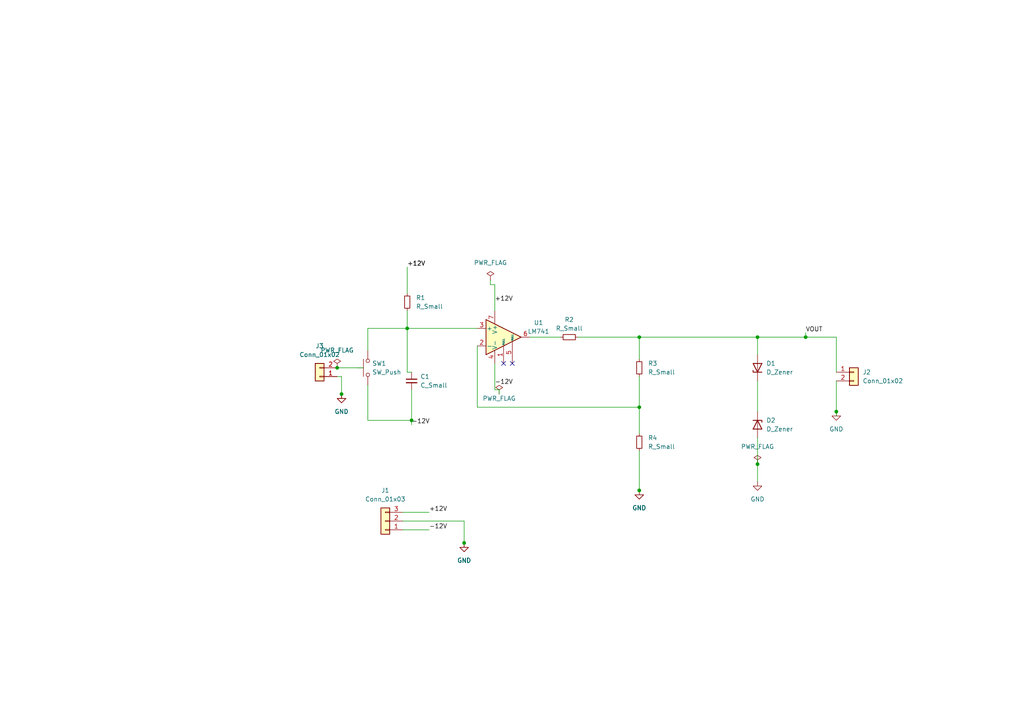
<source format=kicad_sch>
(kicad_sch (version 20230121) (generator eeschema)

  (uuid 47c67803-f172-4343-8f8b-2e356c21b288)

  (paper "A4")

  (lib_symbols
    (symbol "Amplifier_Operational:LM741" (pin_names (offset 0.127)) (in_bom yes) (on_board yes)
      (property "Reference" "U" (at 0 6.35 0)
        (effects (font (size 1.27 1.27)) (justify left))
      )
      (property "Value" "LM741" (at 0 3.81 0)
        (effects (font (size 1.27 1.27)) (justify left))
      )
      (property "Footprint" "" (at 1.27 1.27 0)
        (effects (font (size 1.27 1.27)) hide)
      )
      (property "Datasheet" "http://www.ti.com/lit/ds/symlink/lm741.pdf" (at 3.81 3.81 0)
        (effects (font (size 1.27 1.27)) hide)
      )
      (property "ki_keywords" "single opamp" (at 0 0 0)
        (effects (font (size 1.27 1.27)) hide)
      )
      (property "ki_description" "Operational Amplifier, DIP-8/TO-99-8" (at 0 0 0)
        (effects (font (size 1.27 1.27)) hide)
      )
      (property "ki_fp_filters" "SOIC*3.9x4.9mm*P1.27mm* DIP*W7.62mm* TSSOP*3x3mm*P0.65mm*" (at 0 0 0)
        (effects (font (size 1.27 1.27)) hide)
      )
      (symbol "LM741_0_1"
        (polyline
          (pts
            (xy -5.08 5.08)
            (xy 5.08 0)
            (xy -5.08 -5.08)
            (xy -5.08 5.08)
          )
          (stroke (width 0.254) (type default))
          (fill (type background))
        )
      )
      (symbol "LM741_1_1"
        (pin input line (at 0 -7.62 90) (length 5.08)
          (name "NULL" (effects (font (size 0.508 0.508))))
          (number "1" (effects (font (size 1.27 1.27))))
        )
        (pin input line (at -7.62 -2.54 0) (length 2.54)
          (name "-" (effects (font (size 1.27 1.27))))
          (number "2" (effects (font (size 1.27 1.27))))
        )
        (pin input line (at -7.62 2.54 0) (length 2.54)
          (name "+" (effects (font (size 1.27 1.27))))
          (number "3" (effects (font (size 1.27 1.27))))
        )
        (pin power_in line (at -2.54 -7.62 90) (length 3.81)
          (name "V-" (effects (font (size 1.27 1.27))))
          (number "4" (effects (font (size 1.27 1.27))))
        )
        (pin input line (at 2.54 -7.62 90) (length 6.35)
          (name "NULL" (effects (font (size 0.508 0.508))))
          (number "5" (effects (font (size 1.27 1.27))))
        )
        (pin output line (at 7.62 0 180) (length 2.54)
          (name "~" (effects (font (size 1.27 1.27))))
          (number "6" (effects (font (size 1.27 1.27))))
        )
        (pin power_in line (at -2.54 7.62 270) (length 3.81)
          (name "V+" (effects (font (size 1.27 1.27))))
          (number "7" (effects (font (size 1.27 1.27))))
        )
        (pin no_connect line (at 0 2.54 270) (length 2.54) hide
          (name "NC" (effects (font (size 1.27 1.27))))
          (number "8" (effects (font (size 1.27 1.27))))
        )
      )
    )
    (symbol "Connector_Generic:Conn_01x02" (pin_names (offset 1.016) hide) (in_bom yes) (on_board yes)
      (property "Reference" "J" (at 0 2.54 0)
        (effects (font (size 1.27 1.27)))
      )
      (property "Value" "Conn_01x02" (at 0 -5.08 0)
        (effects (font (size 1.27 1.27)))
      )
      (property "Footprint" "" (at 0 0 0)
        (effects (font (size 1.27 1.27)) hide)
      )
      (property "Datasheet" "~" (at 0 0 0)
        (effects (font (size 1.27 1.27)) hide)
      )
      (property "ki_keywords" "connector" (at 0 0 0)
        (effects (font (size 1.27 1.27)) hide)
      )
      (property "ki_description" "Generic connector, single row, 01x02, script generated (kicad-library-utils/schlib/autogen/connector/)" (at 0 0 0)
        (effects (font (size 1.27 1.27)) hide)
      )
      (property "ki_fp_filters" "Connector*:*_1x??_*" (at 0 0 0)
        (effects (font (size 1.27 1.27)) hide)
      )
      (symbol "Conn_01x02_1_1"
        (rectangle (start -1.27 -2.413) (end 0 -2.667)
          (stroke (width 0.1524) (type default))
          (fill (type none))
        )
        (rectangle (start -1.27 0.127) (end 0 -0.127)
          (stroke (width 0.1524) (type default))
          (fill (type none))
        )
        (rectangle (start -1.27 1.27) (end 1.27 -3.81)
          (stroke (width 0.254) (type default))
          (fill (type background))
        )
        (pin passive line (at -5.08 0 0) (length 3.81)
          (name "Pin_1" (effects (font (size 1.27 1.27))))
          (number "1" (effects (font (size 1.27 1.27))))
        )
        (pin passive line (at -5.08 -2.54 0) (length 3.81)
          (name "Pin_2" (effects (font (size 1.27 1.27))))
          (number "2" (effects (font (size 1.27 1.27))))
        )
      )
    )
    (symbol "Connector_Generic:Conn_01x03" (pin_names (offset 1.016) hide) (in_bom yes) (on_board yes)
      (property "Reference" "J" (at 0 5.08 0)
        (effects (font (size 1.27 1.27)))
      )
      (property "Value" "Conn_01x03" (at 0 -5.08 0)
        (effects (font (size 1.27 1.27)))
      )
      (property "Footprint" "" (at 0 0 0)
        (effects (font (size 1.27 1.27)) hide)
      )
      (property "Datasheet" "~" (at 0 0 0)
        (effects (font (size 1.27 1.27)) hide)
      )
      (property "ki_keywords" "connector" (at 0 0 0)
        (effects (font (size 1.27 1.27)) hide)
      )
      (property "ki_description" "Generic connector, single row, 01x03, script generated (kicad-library-utils/schlib/autogen/connector/)" (at 0 0 0)
        (effects (font (size 1.27 1.27)) hide)
      )
      (property "ki_fp_filters" "Connector*:*_1x??_*" (at 0 0 0)
        (effects (font (size 1.27 1.27)) hide)
      )
      (symbol "Conn_01x03_1_1"
        (rectangle (start -1.27 -2.413) (end 0 -2.667)
          (stroke (width 0.1524) (type default))
          (fill (type none))
        )
        (rectangle (start -1.27 0.127) (end 0 -0.127)
          (stroke (width 0.1524) (type default))
          (fill (type none))
        )
        (rectangle (start -1.27 2.667) (end 0 2.413)
          (stroke (width 0.1524) (type default))
          (fill (type none))
        )
        (rectangle (start -1.27 3.81) (end 1.27 -3.81)
          (stroke (width 0.254) (type default))
          (fill (type background))
        )
        (pin passive line (at -5.08 2.54 0) (length 3.81)
          (name "Pin_1" (effects (font (size 1.27 1.27))))
          (number "1" (effects (font (size 1.27 1.27))))
        )
        (pin passive line (at -5.08 0 0) (length 3.81)
          (name "Pin_2" (effects (font (size 1.27 1.27))))
          (number "2" (effects (font (size 1.27 1.27))))
        )
        (pin passive line (at -5.08 -2.54 0) (length 3.81)
          (name "Pin_3" (effects (font (size 1.27 1.27))))
          (number "3" (effects (font (size 1.27 1.27))))
        )
      )
    )
    (symbol "Device:C_Small" (pin_numbers hide) (pin_names (offset 0.254) hide) (in_bom yes) (on_board yes)
      (property "Reference" "C" (at 0.254 1.778 0)
        (effects (font (size 1.27 1.27)) (justify left))
      )
      (property "Value" "C_Small" (at 0.254 -2.032 0)
        (effects (font (size 1.27 1.27)) (justify left))
      )
      (property "Footprint" "" (at 0 0 0)
        (effects (font (size 1.27 1.27)) hide)
      )
      (property "Datasheet" "~" (at 0 0 0)
        (effects (font (size 1.27 1.27)) hide)
      )
      (property "ki_keywords" "capacitor cap" (at 0 0 0)
        (effects (font (size 1.27 1.27)) hide)
      )
      (property "ki_description" "Unpolarized capacitor, small symbol" (at 0 0 0)
        (effects (font (size 1.27 1.27)) hide)
      )
      (property "ki_fp_filters" "C_*" (at 0 0 0)
        (effects (font (size 1.27 1.27)) hide)
      )
      (symbol "C_Small_0_1"
        (polyline
          (pts
            (xy -1.524 -0.508)
            (xy 1.524 -0.508)
          )
          (stroke (width 0.3302) (type default))
          (fill (type none))
        )
        (polyline
          (pts
            (xy -1.524 0.508)
            (xy 1.524 0.508)
          )
          (stroke (width 0.3048) (type default))
          (fill (type none))
        )
      )
      (symbol "C_Small_1_1"
        (pin passive line (at 0 2.54 270) (length 2.032)
          (name "~" (effects (font (size 1.27 1.27))))
          (number "1" (effects (font (size 1.27 1.27))))
        )
        (pin passive line (at 0 -2.54 90) (length 2.032)
          (name "~" (effects (font (size 1.27 1.27))))
          (number "2" (effects (font (size 1.27 1.27))))
        )
      )
    )
    (symbol "Device:D_Zener" (pin_numbers hide) (pin_names (offset 1.016) hide) (in_bom yes) (on_board yes)
      (property "Reference" "D" (at 0 2.54 0)
        (effects (font (size 1.27 1.27)))
      )
      (property "Value" "D_Zener" (at 0 -2.54 0)
        (effects (font (size 1.27 1.27)))
      )
      (property "Footprint" "" (at 0 0 0)
        (effects (font (size 1.27 1.27)) hide)
      )
      (property "Datasheet" "~" (at 0 0 0)
        (effects (font (size 1.27 1.27)) hide)
      )
      (property "ki_keywords" "diode" (at 0 0 0)
        (effects (font (size 1.27 1.27)) hide)
      )
      (property "ki_description" "Zener diode" (at 0 0 0)
        (effects (font (size 1.27 1.27)) hide)
      )
      (property "ki_fp_filters" "TO-???* *_Diode_* *SingleDiode* D_*" (at 0 0 0)
        (effects (font (size 1.27 1.27)) hide)
      )
      (symbol "D_Zener_0_1"
        (polyline
          (pts
            (xy 1.27 0)
            (xy -1.27 0)
          )
          (stroke (width 0) (type default))
          (fill (type none))
        )
        (polyline
          (pts
            (xy -1.27 -1.27)
            (xy -1.27 1.27)
            (xy -0.762 1.27)
          )
          (stroke (width 0.254) (type default))
          (fill (type none))
        )
        (polyline
          (pts
            (xy 1.27 -1.27)
            (xy 1.27 1.27)
            (xy -1.27 0)
            (xy 1.27 -1.27)
          )
          (stroke (width 0.254) (type default))
          (fill (type none))
        )
      )
      (symbol "D_Zener_1_1"
        (pin passive line (at -3.81 0 0) (length 2.54)
          (name "K" (effects (font (size 1.27 1.27))))
          (number "1" (effects (font (size 1.27 1.27))))
        )
        (pin passive line (at 3.81 0 180) (length 2.54)
          (name "A" (effects (font (size 1.27 1.27))))
          (number "2" (effects (font (size 1.27 1.27))))
        )
      )
    )
    (symbol "Device:R_Small" (pin_numbers hide) (pin_names (offset 0.254) hide) (in_bom yes) (on_board yes)
      (property "Reference" "R" (at 0.762 0.508 0)
        (effects (font (size 1.27 1.27)) (justify left))
      )
      (property "Value" "R_Small" (at 0.762 -1.016 0)
        (effects (font (size 1.27 1.27)) (justify left))
      )
      (property "Footprint" "" (at 0 0 0)
        (effects (font (size 1.27 1.27)) hide)
      )
      (property "Datasheet" "~" (at 0 0 0)
        (effects (font (size 1.27 1.27)) hide)
      )
      (property "ki_keywords" "R resistor" (at 0 0 0)
        (effects (font (size 1.27 1.27)) hide)
      )
      (property "ki_description" "Resistor, small symbol" (at 0 0 0)
        (effects (font (size 1.27 1.27)) hide)
      )
      (property "ki_fp_filters" "R_*" (at 0 0 0)
        (effects (font (size 1.27 1.27)) hide)
      )
      (symbol "R_Small_0_1"
        (rectangle (start -0.762 1.778) (end 0.762 -1.778)
          (stroke (width 0.2032) (type default))
          (fill (type none))
        )
      )
      (symbol "R_Small_1_1"
        (pin passive line (at 0 2.54 270) (length 0.762)
          (name "~" (effects (font (size 1.27 1.27))))
          (number "1" (effects (font (size 1.27 1.27))))
        )
        (pin passive line (at 0 -2.54 90) (length 0.762)
          (name "~" (effects (font (size 1.27 1.27))))
          (number "2" (effects (font (size 1.27 1.27))))
        )
      )
    )
    (symbol "Switch:SW_Push" (pin_numbers hide) (pin_names (offset 1.016) hide) (in_bom yes) (on_board yes)
      (property "Reference" "SW" (at 1.27 2.54 0)
        (effects (font (size 1.27 1.27)) (justify left))
      )
      (property "Value" "SW_Push" (at 0 -1.524 0)
        (effects (font (size 1.27 1.27)))
      )
      (property "Footprint" "" (at 0 5.08 0)
        (effects (font (size 1.27 1.27)) hide)
      )
      (property "Datasheet" "~" (at 0 5.08 0)
        (effects (font (size 1.27 1.27)) hide)
      )
      (property "ki_keywords" "switch normally-open pushbutton push-button" (at 0 0 0)
        (effects (font (size 1.27 1.27)) hide)
      )
      (property "ki_description" "Push button switch, generic, two pins" (at 0 0 0)
        (effects (font (size 1.27 1.27)) hide)
      )
      (symbol "SW_Push_0_1"
        (circle (center -2.032 0) (radius 0.508)
          (stroke (width 0) (type default))
          (fill (type none))
        )
        (polyline
          (pts
            (xy 0 1.27)
            (xy 0 3.048)
          )
          (stroke (width 0) (type default))
          (fill (type none))
        )
        (polyline
          (pts
            (xy 2.54 1.27)
            (xy -2.54 1.27)
          )
          (stroke (width 0) (type default))
          (fill (type none))
        )
        (circle (center 2.032 0) (radius 0.508)
          (stroke (width 0) (type default))
          (fill (type none))
        )
        (pin passive line (at -5.08 0 0) (length 2.54)
          (name "1" (effects (font (size 1.27 1.27))))
          (number "1" (effects (font (size 1.27 1.27))))
        )
        (pin passive line (at 5.08 0 180) (length 2.54)
          (name "2" (effects (font (size 1.27 1.27))))
          (number "2" (effects (font (size 1.27 1.27))))
        )
      )
    )
    (symbol "power:GND" (power) (pin_names (offset 0)) (in_bom yes) (on_board yes)
      (property "Reference" "#PWR" (at 0 -6.35 0)
        (effects (font (size 1.27 1.27)) hide)
      )
      (property "Value" "GND" (at 0 -3.81 0)
        (effects (font (size 1.27 1.27)))
      )
      (property "Footprint" "" (at 0 0 0)
        (effects (font (size 1.27 1.27)) hide)
      )
      (property "Datasheet" "" (at 0 0 0)
        (effects (font (size 1.27 1.27)) hide)
      )
      (property "ki_keywords" "global power" (at 0 0 0)
        (effects (font (size 1.27 1.27)) hide)
      )
      (property "ki_description" "Power symbol creates a global label with name \"GND\" , ground" (at 0 0 0)
        (effects (font (size 1.27 1.27)) hide)
      )
      (symbol "GND_0_1"
        (polyline
          (pts
            (xy 0 0)
            (xy 0 -1.27)
            (xy 1.27 -1.27)
            (xy 0 -2.54)
            (xy -1.27 -1.27)
            (xy 0 -1.27)
          )
          (stroke (width 0) (type default))
          (fill (type none))
        )
      )
      (symbol "GND_1_1"
        (pin power_in line (at 0 0 270) (length 0) hide
          (name "GND" (effects (font (size 1.27 1.27))))
          (number "1" (effects (font (size 1.27 1.27))))
        )
      )
    )
    (symbol "power:PWR_FLAG" (power) (pin_numbers hide) (pin_names (offset 0) hide) (in_bom yes) (on_board yes)
      (property "Reference" "#FLG" (at 0 1.905 0)
        (effects (font (size 1.27 1.27)) hide)
      )
      (property "Value" "PWR_FLAG" (at 0 3.81 0)
        (effects (font (size 1.27 1.27)))
      )
      (property "Footprint" "" (at 0 0 0)
        (effects (font (size 1.27 1.27)) hide)
      )
      (property "Datasheet" "~" (at 0 0 0)
        (effects (font (size 1.27 1.27)) hide)
      )
      (property "ki_keywords" "flag power" (at 0 0 0)
        (effects (font (size 1.27 1.27)) hide)
      )
      (property "ki_description" "Special symbol for telling ERC where power comes from" (at 0 0 0)
        (effects (font (size 1.27 1.27)) hide)
      )
      (symbol "PWR_FLAG_0_0"
        (pin power_out line (at 0 0 90) (length 0)
          (name "pwr" (effects (font (size 1.27 1.27))))
          (number "1" (effects (font (size 1.27 1.27))))
        )
      )
      (symbol "PWR_FLAG_0_1"
        (polyline
          (pts
            (xy 0 0)
            (xy 0 1.27)
            (xy -1.016 1.905)
            (xy 0 2.54)
            (xy 1.016 1.905)
            (xy 0 1.27)
          )
          (stroke (width 0) (type default))
          (fill (type none))
        )
      )
    )
  )

  (junction (at 118.11 95.25) (diameter 0) (color 0 0 0 0)
    (uuid 1a50039c-0444-4d74-ae78-0ed5514c9ee9)
  )
  (junction (at 233.68 97.79) (diameter 0) (color 0 0 0 0)
    (uuid 3fe0c5e4-9a8c-4ffd-802b-83a027de09ff)
  )
  (junction (at 219.71 97.79) (diameter 0) (color 0 0 0 0)
    (uuid 46f66799-daae-406b-a21c-39a9d97f9609)
  )
  (junction (at 219.71 134.62) (diameter 0) (color 0 0 0 0)
    (uuid 5e1e7b05-fefc-49be-96b1-f37817ae12ef)
  )
  (junction (at 185.42 118.11) (diameter 0) (color 0 0 0 0)
    (uuid 600088f9-36de-4819-adee-eeea87b5cb2d)
  )
  (junction (at 185.42 142.24) (diameter 0) (color 0 0 0 0)
    (uuid 7a13e174-3ef2-48bf-86ea-d8ef4a642553)
  )
  (junction (at 119.38 121.92) (diameter 0) (color 0 0 0 0)
    (uuid 8432a156-a665-49dc-86c0-35ac83d29af6)
  )
  (junction (at 185.42 97.79) (diameter 0) (color 0 0 0 0)
    (uuid 904579f1-1e99-4b60-bc6d-b22100064eaf)
  )
  (junction (at 134.62 157.48) (diameter 0) (color 0 0 0 0)
    (uuid d0d5bc65-dafb-472a-8a23-7236f431ee0a)
  )
  (junction (at 99.06 114.3) (diameter 0) (color 0 0 0 0)
    (uuid f4750fba-a392-4927-a8c0-4b7201396c41)
  )
  (junction (at 97.79 106.68) (diameter 0) (color 0 0 0 0)
    (uuid ff3c34a4-7651-4a8a-8ca9-aa0e82694abc)
  )
  (junction (at 242.57 119.38) (diameter 0) (color 0 0 0 0)
    (uuid ffabbd3f-0d29-41f5-9a19-9c6d00240dbd)
  )

  (no_connect (at 148.59 105.41) (uuid 8b4aaa4a-93ea-48ee-a0af-88116881bc99))
  (no_connect (at 146.05 105.41) (uuid a8117ad0-2a48-4c53-ae82-4226b34faab3))

  (wire (pts (xy 185.42 97.79) (xy 219.71 97.79))
    (stroke (width 0) (type default))
    (uuid 02d651a5-57cd-4ac3-a9e7-a483e3eaa399)
  )
  (wire (pts (xy 116.84 148.59) (xy 124.46 148.59))
    (stroke (width 0) (type default))
    (uuid 12f6cab8-814c-43a5-b064-f496969fe285)
  )
  (wire (pts (xy 167.64 97.79) (xy 185.42 97.79))
    (stroke (width 0) (type default))
    (uuid 155bebc4-c564-48a8-be7d-c241caafa92f)
  )
  (wire (pts (xy 99.06 109.22) (xy 99.06 114.3))
    (stroke (width 0) (type default))
    (uuid 1c8630e4-b336-42bc-b3f1-82a647937264)
  )
  (wire (pts (xy 242.57 110.49) (xy 242.57 119.38))
    (stroke (width 0) (type default))
    (uuid 1fc8acb0-8ab8-494b-b3c4-0d3021ecd41a)
  )
  (wire (pts (xy 116.84 151.13) (xy 134.62 151.13))
    (stroke (width 0) (type default))
    (uuid 24fb15a9-bba3-4680-946d-6df2f3914886)
  )
  (wire (pts (xy 142.24 82.55) (xy 143.51 82.55))
    (stroke (width 0) (type default))
    (uuid 2d94ec91-04cc-4ace-9053-33656c1091c4)
  )
  (wire (pts (xy 138.43 100.33) (xy 138.43 118.11))
    (stroke (width 0) (type default))
    (uuid 31d2d2fb-c650-435b-b704-8086ec1f8fc2)
  )
  (wire (pts (xy 116.84 153.67) (xy 124.46 153.67))
    (stroke (width 0) (type default))
    (uuid 3d25a4c5-404e-440a-9283-890984b01192)
  )
  (wire (pts (xy 185.42 130.81) (xy 185.42 142.24))
    (stroke (width 0) (type default))
    (uuid 40ea476e-444c-4223-89b2-8e6af70a513e)
  )
  (wire (pts (xy 233.68 97.79) (xy 242.57 97.79))
    (stroke (width 0) (type default))
    (uuid 5483915e-7e80-499f-934c-8837ab3488ce)
  )
  (wire (pts (xy 185.42 118.11) (xy 185.42 109.22))
    (stroke (width 0) (type default))
    (uuid 5a7bd1e9-dace-4030-8f08-1658a16aaec4)
  )
  (wire (pts (xy 118.11 95.25) (xy 138.43 95.25))
    (stroke (width 0) (type default))
    (uuid 5c152aa9-051a-49f4-b37c-a89112f66452)
  )
  (wire (pts (xy 138.43 118.11) (xy 185.42 118.11))
    (stroke (width 0) (type default))
    (uuid 5d2ca629-c680-4b57-af4e-f939f529a4a5)
  )
  (wire (pts (xy 106.68 121.92) (xy 119.38 121.92))
    (stroke (width 0) (type default))
    (uuid 79a5d17f-f689-4280-8c42-d4e37bf42094)
  )
  (wire (pts (xy 118.11 77.47) (xy 118.11 85.09))
    (stroke (width 0) (type default))
    (uuid 7b12f52f-dc91-4c2d-a8d5-56c36d7c266d)
  )
  (wire (pts (xy 97.79 109.22) (xy 99.06 109.22))
    (stroke (width 0) (type default))
    (uuid 8b3e2d62-b73e-44bd-b6b1-3cf1f02ab6d7)
  )
  (wire (pts (xy 134.62 151.13) (xy 134.62 157.48))
    (stroke (width 0) (type default))
    (uuid 8d404e70-255d-4066-aab7-73538f251c59)
  )
  (wire (pts (xy 106.68 111.76) (xy 106.68 121.92))
    (stroke (width 0) (type default))
    (uuid 93a329df-f9b4-469e-acb7-a868d6317046)
  )
  (wire (pts (xy 144.78 113.03) (xy 143.51 113.03))
    (stroke (width 0) (type default))
    (uuid 96dcb5b2-a230-425a-8e11-68e014d0f2ae)
  )
  (wire (pts (xy 242.57 119.38) (xy 242.57 120.65))
    (stroke (width 0) (type default))
    (uuid 9d47b307-333e-4d52-8de2-98b4c0db0f27)
  )
  (wire (pts (xy 119.38 121.92) (xy 119.38 123.19))
    (stroke (width 0) (type default))
    (uuid a013b4db-3c78-4d78-b30e-ff878a2d476a)
  )
  (wire (pts (xy 119.38 113.03) (xy 119.38 121.92))
    (stroke (width 0) (type default))
    (uuid a5261706-26c4-44df-96a2-987f0fae7349)
  )
  (wire (pts (xy 118.11 107.95) (xy 119.38 107.95))
    (stroke (width 0) (type default))
    (uuid a8008872-6ca7-4e9f-a7ed-2bb1441ed74d)
  )
  (wire (pts (xy 118.11 95.25) (xy 106.68 95.25))
    (stroke (width 0) (type default))
    (uuid a82ae6c3-4ea2-409f-89af-b069ed400b6b)
  )
  (wire (pts (xy 242.57 97.79) (xy 242.57 107.95))
    (stroke (width 0) (type default))
    (uuid aa025766-d64d-40bb-9556-d1701c003671)
  )
  (wire (pts (xy 144.78 113.03) (xy 144.78 114.3))
    (stroke (width 0) (type default))
    (uuid ae4be76f-d164-419c-b7d6-c75169471cf3)
  )
  (wire (pts (xy 143.51 113.03) (xy 143.51 105.41))
    (stroke (width 0) (type default))
    (uuid b5f7bd4b-af84-40d5-af6a-0fb7b87241b3)
  )
  (wire (pts (xy 118.11 90.17) (xy 118.11 95.25))
    (stroke (width 0) (type default))
    (uuid bb9d11ac-0b79-4635-8aa5-9615e03204e2)
  )
  (wire (pts (xy 219.71 134.62) (xy 219.71 139.7))
    (stroke (width 0) (type default))
    (uuid bc3adbce-4748-4f1b-b035-0168943be0fe)
  )
  (wire (pts (xy 219.71 97.79) (xy 219.71 102.87))
    (stroke (width 0) (type default))
    (uuid beb5887f-a4c9-46e0-9257-3427d09d9865)
  )
  (wire (pts (xy 97.79 106.68) (xy 105.41 106.68))
    (stroke (width 0) (type default))
    (uuid c1537b16-841c-4e5a-8d6b-122402eb0ad5)
  )
  (wire (pts (xy 118.11 95.25) (xy 118.11 107.95))
    (stroke (width 0) (type default))
    (uuid c926071d-7f47-444b-ae7b-e998a8606c00)
  )
  (wire (pts (xy 185.42 118.11) (xy 185.42 125.73))
    (stroke (width 0) (type default))
    (uuid d027c806-d6e4-4118-a9b8-c45c589f7ad4)
  )
  (wire (pts (xy 219.71 127) (xy 219.71 134.62))
    (stroke (width 0) (type default))
    (uuid e4d81dc0-b60c-4ba7-82c3-faa5af4da3e2)
  )
  (wire (pts (xy 219.71 97.79) (xy 233.68 97.79))
    (stroke (width 0) (type default))
    (uuid e5194b81-181e-404b-b80b-27752a39504b)
  )
  (wire (pts (xy 233.68 96.52) (xy 233.68 97.79))
    (stroke (width 0) (type default))
    (uuid e71c5545-7ea0-4b26-916a-c7d810649908)
  )
  (wire (pts (xy 219.71 110.49) (xy 219.71 119.38))
    (stroke (width 0) (type default))
    (uuid ede18958-553e-4e83-84c1-a032df5f78ab)
  )
  (wire (pts (xy 185.42 97.79) (xy 185.42 104.14))
    (stroke (width 0) (type default))
    (uuid ee735a1b-95b8-4dc6-b6f0-09a69916e184)
  )
  (wire (pts (xy 106.68 95.25) (xy 106.68 101.6))
    (stroke (width 0) (type default))
    (uuid f40d4204-1595-46b5-81fa-64524b407502)
  )
  (wire (pts (xy 153.67 97.79) (xy 162.56 97.79))
    (stroke (width 0) (type default))
    (uuid f5a6e25d-19a8-4edc-b474-10c90667e783)
  )
  (wire (pts (xy 143.51 82.55) (xy 143.51 90.17))
    (stroke (width 0) (type default))
    (uuid f72b67a9-d492-4366-93a8-89224f2d36c8)
  )
  (wire (pts (xy 142.24 81.28) (xy 142.24 82.55))
    (stroke (width 0) (type default))
    (uuid f7de72cd-1ac6-49f4-9cdd-a4a953165fd0)
  )

  (label "+12V" (at 143.51 87.63 0) (fields_autoplaced)
    (effects (font (size 1.27 1.27)) (justify left bottom))
    (uuid 32ae4ffe-e5da-4076-803e-b5f01aec11d5)
  )
  (label "VOUT" (at 233.68 96.52 0) (fields_autoplaced)
    (effects (font (size 1.27 1.27)) (justify left bottom))
    (uuid 4d18e25d-e7c8-4058-8dd2-3633ae61089e)
  )
  (label "-12V" (at 119.38 123.19 0) (fields_autoplaced)
    (effects (font (size 1.27 1.27)) (justify left bottom))
    (uuid 843ace46-4e1a-4e39-9ba8-4f13bcab67bc)
  )
  (label "+12V" (at 124.46 148.59 0) (fields_autoplaced)
    (effects (font (size 1.27 1.27)) (justify left bottom))
    (uuid ce34f46a-07bb-4636-9a1e-b11bb0a7dc11)
  )
  (label "+12V" (at 118.11 77.47 0) (fields_autoplaced)
    (effects (font (size 1.27 1.27)) (justify left bottom))
    (uuid d506dd4a-de0f-4eea-bdbc-fefd49742d3a)
  )
  (label "-12V" (at 143.51 111.76 0) (fields_autoplaced)
    (effects (font (size 1.27 1.27)) (justify left bottom))
    (uuid d5ee61d4-d453-4ed5-a568-2127ff01a337)
  )
  (label "-12V" (at 124.46 153.67 0) (fields_autoplaced)
    (effects (font (size 1.27 1.27)) (justify left bottom))
    (uuid f8f10f28-aeb8-46ed-9d5d-0fd7729b23a0)
  )
  (label "+12V" (at 118.11 77.47 0) (fields_autoplaced)
    (effects (font (size 1.27 1.27)) (justify left bottom))
    (uuid fcb93b6e-f760-4b3d-85c5-3874eb0e60a3)
  )

  (symbol (lib_id "Device:R_Small") (at 118.11 87.63 0) (unit 1)
    (in_bom yes) (on_board yes) (dnp no) (fields_autoplaced)
    (uuid 08e61205-f4c3-4773-8881-fc58d5922dc0)
    (property "Reference" "R1" (at 120.65 86.36 0)
      (effects (font (size 1.27 1.27)) (justify left))
    )
    (property "Value" "R_Small" (at 120.65 88.9 0)
      (effects (font (size 1.27 1.27)) (justify left))
    )
    (property "Footprint" "Resistor_THT:R_Axial_DIN0309_L9.0mm_D3.2mm_P12.70mm_Horizontal" (at 118.11 87.63 0)
      (effects (font (size 1.27 1.27)) hide)
    )
    (property "Datasheet" "~" (at 118.11 87.63 0)
      (effects (font (size 1.27 1.27)) hide)
    )
    (pin "2" (uuid cdaa68b9-16c5-498e-bcda-317409f057ed))
    (pin "1" (uuid 18846584-0672-4fd1-8637-965c03396ee8))
    (instances
      (project "Opamp_monostable_multivibrator"
        (path "/47c67803-f172-4343-8f8b-2e356c21b288"
          (reference "R1") (unit 1)
        )
      )
    )
  )

  (symbol (lib_id "Device:D_Zener") (at 219.71 123.19 270) (unit 1)
    (in_bom yes) (on_board yes) (dnp no) (fields_autoplaced)
    (uuid 2cd9518b-232f-404f-aa40-42daa9fd1cc1)
    (property "Reference" "D2" (at 222.25 121.92 90)
      (effects (font (size 1.27 1.27)) (justify left))
    )
    (property "Value" "D_Zener" (at 222.25 124.46 90)
      (effects (font (size 1.27 1.27)) (justify left))
    )
    (property "Footprint" "Diode_THT:D_DO-27_P15.24mm_Horizontal" (at 219.71 123.19 0)
      (effects (font (size 1.27 1.27)) hide)
    )
    (property "Datasheet" "~" (at 219.71 123.19 0)
      (effects (font (size 1.27 1.27)) hide)
    )
    (pin "1" (uuid ad52c620-f003-47df-8361-9a54c9217b10))
    (pin "2" (uuid f3fac397-e904-49cd-bfb1-7e972f501bf6))
    (instances
      (project "Opamp_monostable_multivibrator"
        (path "/47c67803-f172-4343-8f8b-2e356c21b288"
          (reference "D2") (unit 1)
        )
      )
    )
  )

  (symbol (lib_id "power:GND") (at 134.62 157.48 0) (unit 1)
    (in_bom yes) (on_board yes) (dnp no)
    (uuid 2f1c5b52-61dc-4c5a-bde5-948df33d73d5)
    (property "Reference" "#PWR05" (at 134.62 163.83 0)
      (effects (font (size 1.27 1.27)) hide)
    )
    (property "Value" "GND" (at 134.62 162.56 0)
      (effects (font (size 1.27 1.27)))
    )
    (property "Footprint" "" (at 134.62 157.48 0)
      (effects (font (size 1.27 1.27)) hide)
    )
    (property "Datasheet" "" (at 134.62 157.48 0)
      (effects (font (size 1.27 1.27)) hide)
    )
    (pin "1" (uuid 776b22e1-1be6-406d-936e-112f515b5b2e))
    (instances
      (project "Opamp_monostable_multivibrator"
        (path "/47c67803-f172-4343-8f8b-2e356c21b288"
          (reference "#PWR05") (unit 1)
        )
      )
    )
  )

  (symbol (lib_id "Device:R_Small") (at 165.1 97.79 270) (unit 1)
    (in_bom yes) (on_board yes) (dnp no) (fields_autoplaced)
    (uuid 303a1757-7d5e-4727-a43b-a266d2479d17)
    (property "Reference" "R2" (at 165.1 92.71 90)
      (effects (font (size 1.27 1.27)))
    )
    (property "Value" "R_Small" (at 165.1 95.25 90)
      (effects (font (size 1.27 1.27)))
    )
    (property "Footprint" "Resistor_THT:R_Axial_DIN0309_L9.0mm_D3.2mm_P12.70mm_Horizontal" (at 165.1 97.79 0)
      (effects (font (size 1.27 1.27)) hide)
    )
    (property "Datasheet" "~" (at 165.1 97.79 0)
      (effects (font (size 1.27 1.27)) hide)
    )
    (pin "2" (uuid 93b7f802-ed6f-4171-9cbf-fb489c333046))
    (pin "1" (uuid e0890fc5-1cf2-4df3-be11-330e3188fdf9))
    (instances
      (project "Opamp_monostable_multivibrator"
        (path "/47c67803-f172-4343-8f8b-2e356c21b288"
          (reference "R2") (unit 1)
        )
      )
    )
  )

  (symbol (lib_id "power:GND") (at 219.71 139.7 0) (unit 1)
    (in_bom yes) (on_board yes) (dnp no) (fields_autoplaced)
    (uuid 3512e9fa-eef6-44da-bb50-e8e9b79a0059)
    (property "Reference" "#PWR02" (at 219.71 146.05 0)
      (effects (font (size 1.27 1.27)) hide)
    )
    (property "Value" "GND" (at 219.71 144.78 0)
      (effects (font (size 1.27 1.27)))
    )
    (property "Footprint" "" (at 219.71 139.7 0)
      (effects (font (size 1.27 1.27)) hide)
    )
    (property "Datasheet" "" (at 219.71 139.7 0)
      (effects (font (size 1.27 1.27)) hide)
    )
    (pin "1" (uuid 300d022e-3460-4344-989a-83d60a2f1b89))
    (instances
      (project "Opamp_monostable_multivibrator"
        (path "/47c67803-f172-4343-8f8b-2e356c21b288"
          (reference "#PWR02") (unit 1)
        )
      )
    )
  )

  (symbol (lib_id "Device:C_Small") (at 119.38 110.49 0) (unit 1)
    (in_bom yes) (on_board yes) (dnp no) (fields_autoplaced)
    (uuid 3f9f91e0-bc91-46aa-8df8-5b901aefe1a3)
    (property "Reference" "C1" (at 121.92 109.2263 0)
      (effects (font (size 1.27 1.27)) (justify left))
    )
    (property "Value" "C_Small" (at 121.92 111.7663 0)
      (effects (font (size 1.27 1.27)) (justify left))
    )
    (property "Footprint" "Capacitor_THT:C_Disc_D5.0mm_W2.5mm_P2.50mm" (at 119.38 110.49 0)
      (effects (font (size 1.27 1.27)) hide)
    )
    (property "Datasheet" "~" (at 119.38 110.49 0)
      (effects (font (size 1.27 1.27)) hide)
    )
    (pin "2" (uuid fa26faca-48b8-419d-92f0-d76af4195f6d))
    (pin "1" (uuid 264d77bc-fadf-4f03-9e5d-11ce57830c8d))
    (instances
      (project "Opamp_monostable_multivibrator"
        (path "/47c67803-f172-4343-8f8b-2e356c21b288"
          (reference "C1") (unit 1)
        )
      )
    )
  )

  (symbol (lib_id "power:GND") (at 242.57 119.38 0) (unit 1)
    (in_bom yes) (on_board yes) (dnp no) (fields_autoplaced)
    (uuid 6776e6fa-07c0-45cb-90bb-b4df9e4be1fe)
    (property "Reference" "#PWR03" (at 242.57 125.73 0)
      (effects (font (size 1.27 1.27)) hide)
    )
    (property "Value" "GND" (at 242.57 124.46 0)
      (effects (font (size 1.27 1.27)))
    )
    (property "Footprint" "" (at 242.57 119.38 0)
      (effects (font (size 1.27 1.27)) hide)
    )
    (property "Datasheet" "" (at 242.57 119.38 0)
      (effects (font (size 1.27 1.27)) hide)
    )
    (pin "1" (uuid f498d0a3-841c-4825-a98e-aaa8d326a3ce))
    (instances
      (project "Opamp_monostable_multivibrator"
        (path "/47c67803-f172-4343-8f8b-2e356c21b288"
          (reference "#PWR03") (unit 1)
        )
      )
    )
  )

  (symbol (lib_id "power:PWR_FLAG") (at 219.71 134.62 0) (unit 1)
    (in_bom yes) (on_board yes) (dnp no) (fields_autoplaced)
    (uuid 67db99c1-3f1e-471c-9d85-61fa87220619)
    (property "Reference" "#FLG04" (at 219.71 132.715 0)
      (effects (font (size 1.27 1.27)) hide)
    )
    (property "Value" "PWR_FLAG" (at 219.71 129.54 0)
      (effects (font (size 1.27 1.27)))
    )
    (property "Footprint" "" (at 219.71 134.62 0)
      (effects (font (size 1.27 1.27)) hide)
    )
    (property "Datasheet" "~" (at 219.71 134.62 0)
      (effects (font (size 1.27 1.27)) hide)
    )
    (pin "1" (uuid d5c9c2ca-480c-4218-a2b7-95149825f3f3))
    (instances
      (project "Opamp_monostable_multivibrator"
        (path "/47c67803-f172-4343-8f8b-2e356c21b288"
          (reference "#FLG04") (unit 1)
        )
      )
    )
  )

  (symbol (lib_id "Connector_Generic:Conn_01x02") (at 92.71 109.22 180) (unit 1)
    (in_bom yes) (on_board yes) (dnp no) (fields_autoplaced)
    (uuid 6f3f75b2-3476-4514-8d37-2d6475a8f4a4)
    (property "Reference" "J3" (at 92.71 100.33 0)
      (effects (font (size 1.27 1.27)))
    )
    (property "Value" "Conn_01x02" (at 92.71 102.87 0)
      (effects (font (size 1.27 1.27)))
    )
    (property "Footprint" "Connector_PinSocket_2.54mm:PinSocket_1x02_P2.54mm_Vertical" (at 92.71 109.22 0)
      (effects (font (size 1.27 1.27)) hide)
    )
    (property "Datasheet" "~" (at 92.71 109.22 0)
      (effects (font (size 1.27 1.27)) hide)
    )
    (pin "2" (uuid e69428d1-0985-42e9-a933-6b0115f94170))
    (pin "1" (uuid a07d24d6-f214-4a28-ac59-addc5c36225d))
    (instances
      (project "Opamp_monostable_multivibrator"
        (path "/47c67803-f172-4343-8f8b-2e356c21b288"
          (reference "J3") (unit 1)
        )
      )
    )
  )

  (symbol (lib_id "Switch:SW_Push") (at 106.68 106.68 90) (unit 1)
    (in_bom yes) (on_board yes) (dnp no) (fields_autoplaced)
    (uuid 80119a8b-73e3-4ad6-af1c-7ce5f83f6e78)
    (property "Reference" "SW1" (at 107.95 105.41 90)
      (effects (font (size 1.27 1.27)) (justify right))
    )
    (property "Value" "SW_Push" (at 107.95 107.95 90)
      (effects (font (size 1.27 1.27)) (justify right))
    )
    (property "Footprint" "Button_Switch_THT:SW_PUSH_6mm_H5mm" (at 101.6 106.68 0)
      (effects (font (size 1.27 1.27)) hide)
    )
    (property "Datasheet" "~" (at 101.6 106.68 0)
      (effects (font (size 1.27 1.27)) hide)
    )
    (pin "1" (uuid e7e8035d-8677-45f8-9ff2-400304c9e228))
    (pin "2" (uuid 6664948d-2e1f-4edb-ba6b-9fa2bff5946f))
    (instances
      (project "Opamp_monostable_multivibrator"
        (path "/47c67803-f172-4343-8f8b-2e356c21b288"
          (reference "SW1") (unit 1)
        )
      )
    )
  )

  (symbol (lib_id "power:GND") (at 185.42 142.24 0) (unit 1)
    (in_bom yes) (on_board yes) (dnp no) (fields_autoplaced)
    (uuid 8c397889-fa78-4418-a9e8-be591316485b)
    (property "Reference" "#PWR04" (at 185.42 148.59 0)
      (effects (font (size 1.27 1.27)) hide)
    )
    (property "Value" "GND" (at 185.42 147.32 0)
      (effects (font (size 1.27 1.27)))
    )
    (property "Footprint" "" (at 185.42 142.24 0)
      (effects (font (size 1.27 1.27)) hide)
    )
    (property "Datasheet" "" (at 185.42 142.24 0)
      (effects (font (size 1.27 1.27)) hide)
    )
    (pin "1" (uuid 9d89132f-191a-4fc9-9279-fd033c1aa333))
    (instances
      (project "Opamp_monostable_multivibrator"
        (path "/47c67803-f172-4343-8f8b-2e356c21b288"
          (reference "#PWR04") (unit 1)
        )
      )
    )
  )

  (symbol (lib_id "Device:R_Small") (at 185.42 106.68 0) (unit 1)
    (in_bom yes) (on_board yes) (dnp no) (fields_autoplaced)
    (uuid 8c48dee1-d8bb-4e5b-8ae1-08b74804a715)
    (property "Reference" "R3" (at 187.96 105.41 0)
      (effects (font (size 1.27 1.27)) (justify left))
    )
    (property "Value" "R_Small" (at 187.96 107.95 0)
      (effects (font (size 1.27 1.27)) (justify left))
    )
    (property "Footprint" "Resistor_THT:R_Axial_DIN0309_L9.0mm_D3.2mm_P12.70mm_Horizontal" (at 185.42 106.68 0)
      (effects (font (size 1.27 1.27)) hide)
    )
    (property "Datasheet" "~" (at 185.42 106.68 0)
      (effects (font (size 1.27 1.27)) hide)
    )
    (pin "1" (uuid de451c0f-7047-4de0-9a8e-6b20954d1807))
    (pin "2" (uuid 633025b5-0bab-455f-a3bd-b16e8cddc824))
    (instances
      (project "Opamp_monostable_multivibrator"
        (path "/47c67803-f172-4343-8f8b-2e356c21b288"
          (reference "R3") (unit 1)
        )
      )
    )
  )

  (symbol (lib_id "Device:R_Small") (at 185.42 128.27 0) (unit 1)
    (in_bom yes) (on_board yes) (dnp no) (fields_autoplaced)
    (uuid 91216987-7b86-4efc-aba9-35429aa60fbb)
    (property "Reference" "R4" (at 187.96 127 0)
      (effects (font (size 1.27 1.27)) (justify left))
    )
    (property "Value" "R_Small" (at 187.96 129.54 0)
      (effects (font (size 1.27 1.27)) (justify left))
    )
    (property "Footprint" "Resistor_THT:R_Axial_DIN0309_L9.0mm_D3.2mm_P12.70mm_Horizontal" (at 185.42 128.27 0)
      (effects (font (size 1.27 1.27)) hide)
    )
    (property "Datasheet" "~" (at 185.42 128.27 0)
      (effects (font (size 1.27 1.27)) hide)
    )
    (pin "2" (uuid 53822fa5-ea92-4cb7-9938-9f721cb5c8fc))
    (pin "1" (uuid 7443ae66-ec2a-415a-8b75-8f90f7102d91))
    (instances
      (project "Opamp_monostable_multivibrator"
        (path "/47c67803-f172-4343-8f8b-2e356c21b288"
          (reference "R4") (unit 1)
        )
      )
    )
  )

  (symbol (lib_id "power:PWR_FLAG") (at 142.24 81.28 0) (unit 1)
    (in_bom yes) (on_board yes) (dnp no) (fields_autoplaced)
    (uuid 98b40807-a8a7-458b-94ba-29b3aba16b0f)
    (property "Reference" "#FLG02" (at 142.24 79.375 0)
      (effects (font (size 1.27 1.27)) hide)
    )
    (property "Value" "PWR_FLAG" (at 142.24 76.2 0)
      (effects (font (size 1.27 1.27)))
    )
    (property "Footprint" "" (at 142.24 81.28 0)
      (effects (font (size 1.27 1.27)) hide)
    )
    (property "Datasheet" "~" (at 142.24 81.28 0)
      (effects (font (size 1.27 1.27)) hide)
    )
    (pin "1" (uuid 87ae3fb7-4f33-447a-bac9-1aa3e6f0ae38))
    (instances
      (project "Opamp_monostable_multivibrator"
        (path "/47c67803-f172-4343-8f8b-2e356c21b288"
          (reference "#FLG02") (unit 1)
        )
      )
    )
  )

  (symbol (lib_id "Device:D_Zener") (at 219.71 106.68 90) (unit 1)
    (in_bom yes) (on_board yes) (dnp no) (fields_autoplaced)
    (uuid a2bd5f02-657e-44d5-928b-3178e2936f65)
    (property "Reference" "D1" (at 222.25 105.41 90)
      (effects (font (size 1.27 1.27)) (justify right))
    )
    (property "Value" "D_Zener" (at 222.25 107.95 90)
      (effects (font (size 1.27 1.27)) (justify right))
    )
    (property "Footprint" "Diode_THT:D_DO-27_P15.24mm_Horizontal" (at 219.71 106.68 0)
      (effects (font (size 1.27 1.27)) hide)
    )
    (property "Datasheet" "~" (at 219.71 106.68 0)
      (effects (font (size 1.27 1.27)) hide)
    )
    (pin "1" (uuid 8cb11a44-a54f-47ac-882f-a2542c8720c5))
    (pin "2" (uuid dd29641f-c086-45d5-a4f6-c6b2a47fa3c5))
    (instances
      (project "Opamp_monostable_multivibrator"
        (path "/47c67803-f172-4343-8f8b-2e356c21b288"
          (reference "D1") (unit 1)
        )
      )
    )
  )

  (symbol (lib_id "Amplifier_Operational:LM741") (at 146.05 97.79 0) (unit 1)
    (in_bom yes) (on_board yes) (dnp no) (fields_autoplaced)
    (uuid a3026bd9-664e-4e38-9198-26bb2d98e69a)
    (property "Reference" "U1" (at 156.21 93.5991 0)
      (effects (font (size 1.27 1.27)))
    )
    (property "Value" "LM741" (at 156.21 96.1391 0)
      (effects (font (size 1.27 1.27)))
    )
    (property "Footprint" "Package_DIP:DIP-8_W7.62mm_Socket_LongPads" (at 147.32 96.52 0)
      (effects (font (size 1.27 1.27)) hide)
    )
    (property "Datasheet" "http://www.ti.com/lit/ds/symlink/lm741.pdf" (at 149.86 93.98 0)
      (effects (font (size 1.27 1.27)) hide)
    )
    (pin "6" (uuid 889f3c6c-9f61-480d-bc10-4f08e80780be))
    (pin "4" (uuid 1af3cfd0-3bfe-41ba-aa89-42db22226201))
    (pin "3" (uuid a70b927f-27c4-41ad-94b9-32b38fc65446))
    (pin "5" (uuid d51d5282-3d4f-48fa-b32a-3c36a2b66121))
    (pin "8" (uuid eb4497ab-f964-4c19-adbe-83d57d97b4ef))
    (pin "7" (uuid 89358ba8-48ab-4321-adc1-e53eca5dcddf))
    (pin "1" (uuid a31ceb15-7c67-4cf7-8b4b-d89495005a7e))
    (pin "2" (uuid 044a3790-9010-4168-ae55-135c22e52569))
    (instances
      (project "Opamp_monostable_multivibrator"
        (path "/47c67803-f172-4343-8f8b-2e356c21b288"
          (reference "U1") (unit 1)
        )
      )
    )
  )

  (symbol (lib_id "power:GND") (at 185.42 142.24 0) (unit 1)
    (in_bom yes) (on_board yes) (dnp no) (fields_autoplaced)
    (uuid ba36a4f5-e8c0-4a98-9255-8570b6ba05e6)
    (property "Reference" "#PWR01" (at 185.42 148.59 0)
      (effects (font (size 1.27 1.27)) hide)
    )
    (property "Value" "GND" (at 185.42 147.32 0)
      (effects (font (size 1.27 1.27)))
    )
    (property "Footprint" "" (at 185.42 142.24 0)
      (effects (font (size 1.27 1.27)) hide)
    )
    (property "Datasheet" "" (at 185.42 142.24 0)
      (effects (font (size 1.27 1.27)) hide)
    )
    (pin "1" (uuid c42dd399-6a24-490f-845f-9357718a6d62))
    (instances
      (project "Opamp_monostable_multivibrator"
        (path "/47c67803-f172-4343-8f8b-2e356c21b288"
          (reference "#PWR01") (unit 1)
        )
      )
    )
  )

  (symbol (lib_id "power:GND") (at 99.06 114.3 0) (unit 1)
    (in_bom yes) (on_board yes) (dnp no)
    (uuid bf5533b1-62bf-4560-9520-7540923cf07f)
    (property "Reference" "#PWR07" (at 99.06 120.65 0)
      (effects (font (size 1.27 1.27)) hide)
    )
    (property "Value" "GND" (at 99.06 119.38 0)
      (effects (font (size 1.27 1.27)))
    )
    (property "Footprint" "" (at 99.06 114.3 0)
      (effects (font (size 1.27 1.27)) hide)
    )
    (property "Datasheet" "" (at 99.06 114.3 0)
      (effects (font (size 1.27 1.27)) hide)
    )
    (pin "1" (uuid 329d6d88-dca9-44cf-84b7-567fd8159cda))
    (instances
      (project "Opamp_monostable_multivibrator"
        (path "/47c67803-f172-4343-8f8b-2e356c21b288"
          (reference "#PWR07") (unit 1)
        )
      )
    )
  )

  (symbol (lib_id "Connector_Generic:Conn_01x03") (at 111.76 151.13 180) (unit 1)
    (in_bom yes) (on_board yes) (dnp no) (fields_autoplaced)
    (uuid cfd2ecde-955f-4c96-b4c9-e9372d7f5db2)
    (property "Reference" "J1" (at 111.76 142.24 0)
      (effects (font (size 1.27 1.27)))
    )
    (property "Value" "Conn_01x03" (at 111.76 144.78 0)
      (effects (font (size 1.27 1.27)))
    )
    (property "Footprint" "Connector_PinSocket_2.54mm:PinSocket_1x03_P2.54mm_Vertical" (at 111.76 151.13 0)
      (effects (font (size 1.27 1.27)) hide)
    )
    (property "Datasheet" "~" (at 111.76 151.13 0)
      (effects (font (size 1.27 1.27)) hide)
    )
    (pin "2" (uuid ac97903d-fbb4-4275-a825-0b66db8d5352))
    (pin "1" (uuid eebe9e71-960b-4eef-98cc-e68f553ebdb3))
    (pin "3" (uuid bef7ef41-b5ec-4251-aabe-879da5c8ea44))
    (instances
      (project "Opamp_monostable_multivibrator"
        (path "/47c67803-f172-4343-8f8b-2e356c21b288"
          (reference "J1") (unit 1)
        )
      )
    )
  )

  (symbol (lib_id "power:PWR_FLAG") (at 144.78 114.3 0) (unit 1)
    (in_bom yes) (on_board yes) (dnp no)
    (uuid d0a1d16f-f937-4642-b2c3-fbb204cd072d)
    (property "Reference" "#FLG03" (at 144.78 112.395 0)
      (effects (font (size 1.27 1.27)) hide)
    )
    (property "Value" "PWR_FLAG" (at 144.78 115.57 0)
      (effects (font (size 1.27 1.27)))
    )
    (property "Footprint" "" (at 144.78 114.3 0)
      (effects (font (size 1.27 1.27)) hide)
    )
    (property "Datasheet" "~" (at 144.78 114.3 0)
      (effects (font (size 1.27 1.27)) hide)
    )
    (pin "1" (uuid b86e2e12-f4c3-4639-b518-3cb186ed4161))
    (instances
      (project "Opamp_monostable_multivibrator"
        (path "/47c67803-f172-4343-8f8b-2e356c21b288"
          (reference "#FLG03") (unit 1)
        )
      )
    )
  )

  (symbol (lib_id "power:PWR_FLAG") (at 97.79 106.68 0) (unit 1)
    (in_bom yes) (on_board yes) (dnp no) (fields_autoplaced)
    (uuid d3590844-75fc-4177-986f-3ea8af5ccff1)
    (property "Reference" "#FLG01" (at 97.79 104.775 0)
      (effects (font (size 1.27 1.27)) hide)
    )
    (property "Value" "PWR_FLAG" (at 97.79 101.6 0)
      (effects (font (size 1.27 1.27)))
    )
    (property "Footprint" "" (at 97.79 106.68 0)
      (effects (font (size 1.27 1.27)) hide)
    )
    (property "Datasheet" "~" (at 97.79 106.68 0)
      (effects (font (size 1.27 1.27)) hide)
    )
    (pin "1" (uuid 32941331-bcb6-49bb-9f82-ce1770eb169b))
    (instances
      (project "Opamp_monostable_multivibrator"
        (path "/47c67803-f172-4343-8f8b-2e356c21b288"
          (reference "#FLG01") (unit 1)
        )
      )
    )
  )

  (symbol (lib_id "power:GND") (at 99.06 114.3 0) (unit 1)
    (in_bom yes) (on_board yes) (dnp no)
    (uuid d797a478-2b71-4300-b5f9-404f861142fc)
    (property "Reference" "#PWR08" (at 99.06 120.65 0)
      (effects (font (size 1.27 1.27)) hide)
    )
    (property "Value" "GND" (at 99.06 119.38 0)
      (effects (font (size 1.27 1.27)))
    )
    (property "Footprint" "" (at 99.06 114.3 0)
      (effects (font (size 1.27 1.27)) hide)
    )
    (property "Datasheet" "" (at 99.06 114.3 0)
      (effects (font (size 1.27 1.27)) hide)
    )
    (pin "1" (uuid 9f3a32d7-8c8e-47bd-847a-eb7f324dad93))
    (instances
      (project "Opamp_monostable_multivibrator"
        (path "/47c67803-f172-4343-8f8b-2e356c21b288"
          (reference "#PWR08") (unit 1)
        )
      )
    )
  )

  (symbol (lib_id "Connector_Generic:Conn_01x02") (at 247.65 107.95 0) (unit 1)
    (in_bom yes) (on_board yes) (dnp no) (fields_autoplaced)
    (uuid d93c7c8b-607f-477c-a748-e42226030f65)
    (property "Reference" "J2" (at 250.19 107.95 0)
      (effects (font (size 1.27 1.27)) (justify left))
    )
    (property "Value" "Conn_01x02" (at 250.19 110.49 0)
      (effects (font (size 1.27 1.27)) (justify left))
    )
    (property "Footprint" "Connector_PinSocket_2.54mm:PinSocket_1x02_P2.54mm_Vertical" (at 247.65 107.95 0)
      (effects (font (size 1.27 1.27)) hide)
    )
    (property "Datasheet" "~" (at 247.65 107.95 0)
      (effects (font (size 1.27 1.27)) hide)
    )
    (pin "2" (uuid b65653bc-0ea4-4882-9617-e28d96a0e61d))
    (pin "1" (uuid 980eca5d-c8f7-462b-b059-81d9f636a7aa))
    (instances
      (project "Opamp_monostable_multivibrator"
        (path "/47c67803-f172-4343-8f8b-2e356c21b288"
          (reference "J2") (unit 1)
        )
      )
    )
  )

  (symbol (lib_id "power:GND") (at 134.62 157.48 0) (unit 1)
    (in_bom yes) (on_board yes) (dnp no)
    (uuid f0299949-226b-4d06-85ff-e578c3c31db6)
    (property "Reference" "#PWR06" (at 134.62 163.83 0)
      (effects (font (size 1.27 1.27)) hide)
    )
    (property "Value" "GND" (at 134.62 162.56 0)
      (effects (font (size 1.27 1.27)))
    )
    (property "Footprint" "" (at 134.62 157.48 0)
      (effects (font (size 1.27 1.27)) hide)
    )
    (property "Datasheet" "" (at 134.62 157.48 0)
      (effects (font (size 1.27 1.27)) hide)
    )
    (pin "1" (uuid ad454269-32a9-4f44-bb14-573000b48792))
    (instances
      (project "Opamp_monostable_multivibrator"
        (path "/47c67803-f172-4343-8f8b-2e356c21b288"
          (reference "#PWR06") (unit 1)
        )
      )
    )
  )

  (sheet_instances
    (path "/" (page "1"))
  )
)

</source>
